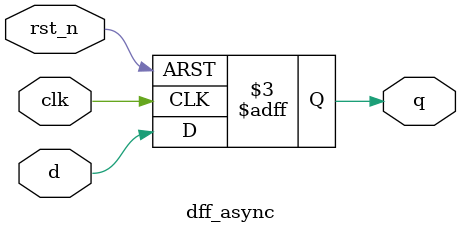
<source format=v>
module dff_async (
    input  wire clk,
    input  wire rst_n,
    input  wire d,
    output reg  q
);
    always @(posedge clk or negedge rst_n) begin
        if (!rst_n)
            q <= 1'b0;
        else
            q <= d;
    end
endmodule
</source>
